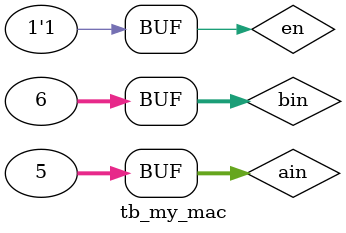
<source format=v>
`timescale 1ns / 1ps


module tb_my_mac;
 parameter BITWIDTH = 32;
  
  reg [BITWIDTH-1:0] ain;
  reg [BITWIDTH-1:0] bin;
  reg en;
  wire [BITWIDTH-1:0] dout;
  wire overflow;
  
  my_mac my_mac1(ain, bin, en, dout, overflow);
   
   initial begin
   en = 0;
   #100;
   en = 1;
   ain = 32'b10111111111111111111111111111111;
   bin = 32'b11111111111111111111111111111111;
   #100;
   ain = 3;
   bin = 4;
   #100;
   ain = 5;
   bin = 6;
  end 
endmodule

</source>
